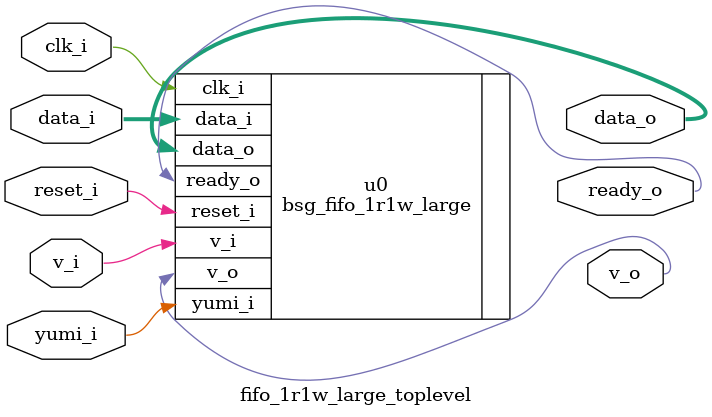
<source format=v>
module fifo_1r1w_large_toplevel #( parameter width_p = 0
				, parameter els_p = 0
                                )
    ( input                clk_i
    , input                reset_i

    , input                v_i
    , output               ready_o
    , input [width_p-1:0]  data_i

    , output               v_o
    , output [width_p-1:0] data_o
    , input                yumi_i
    );
    
   bsg_fifo_1r1w_large #(.width_p(width_p), .els_p(els_p)) u0 (.clk_i(clk_i), .reset_i(reset_i), .v_i(v_i), .ready_o(ready_o), .data_i(data_i), .v_o(v_o), .data_o(data_o), .yumi_i(yumi_i));
   
endmodule

</source>
